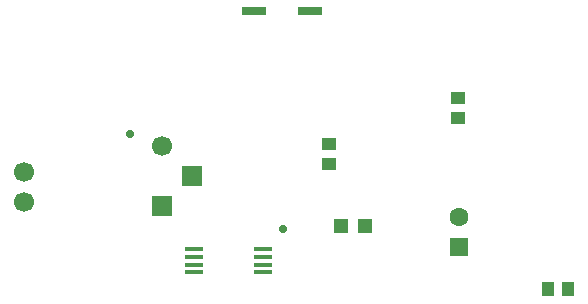
<source format=gbr>
G71*
G90*
G04 Quadcept GERBER*
%MOMM*%
%FSLAX44Y44*%
%ADD10C,0.7*%
%ADD11C,1.6*%
%ADD12C,1.7*%
%ADD13R,1.29X1.29*%
%ADD14R,1.6X1.6*%
%ADD15R,1.7X1.7*%
%ADD16R,1.11X1.31*%
%ADD17R,1.31X1.11*%
%ADD18R,1.57X0.45*%
%ADD19R,2X0.65*%
G54D10*
X1510000Y2007000D03*
X1381000Y2087000D03*
G54D11*
X1658900Y2017100D03*
G54D12*
X1291000Y2029500D03*
Y2054900D03*
X1407800Y2077200D03*
G54D13*
X1558990Y2009200D03*
X1579810D03*
G54D14*
X1658900Y1991700D03*
G54D15*
X1407800Y2026400D03*
X1433200Y2051800D03*
G54D16*
X1734390Y1956100D03*
X1751410D03*
G54D17*
X1549300Y2061690D03*
Y2078710D03*
X1658000Y2100490D03*
Y2117510D03*
G54D18*
X1434790Y1970350D03*
X1493210D03*
X1434790Y1976850D03*
X1493210D03*
X1434790Y1983350D03*
X1493210D03*
X1434790Y1989850D03*
X1493210D03*
G54D19*
X1485400Y2191700D03*
X1533400D03*
M02*

</source>
